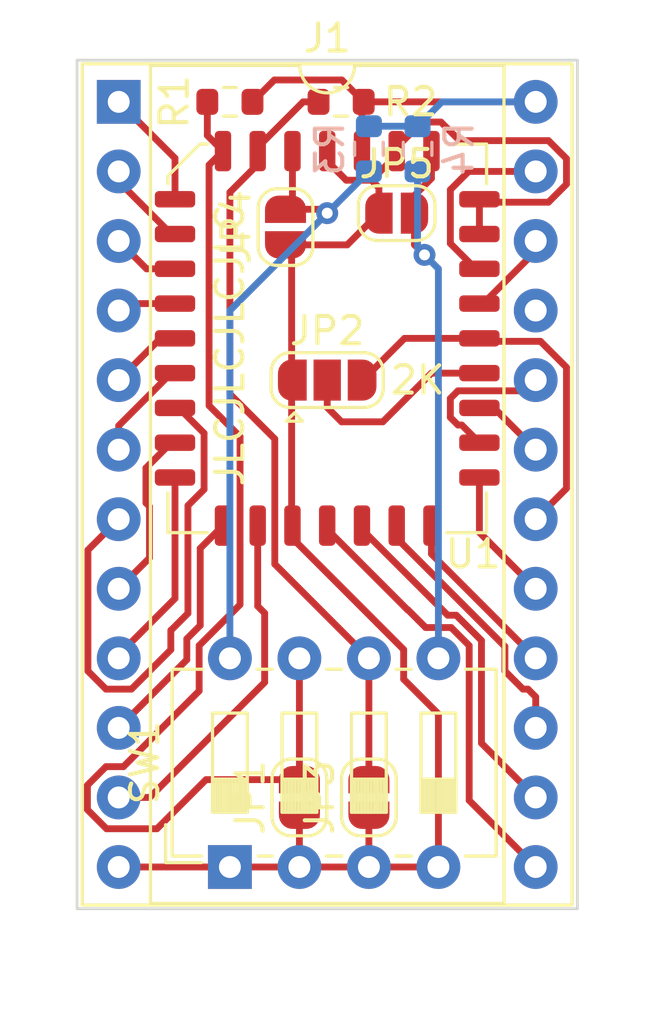
<source format=kicad_pcb>
(kicad_pcb (version 20221018) (generator pcbnew)
  (layers (0 "F.Cu" signal) (31 "B.Cu" signal) (34 "B.Paste" user) (35 "F.Paste" user) (36 "B.SilkS" user "B.Silkscreen") (37 "F.SilkS" user "F.Silkscreen") (38 "B.Mask" user) (39 "F.Mask" user) (44 "Edge.Cuts" user))
  (net 0 "")
  (net 1 "A7")
  (net 2 "A6")
  (net 3 "A5")
  (net 4 "A4")
  (net 5 "A3")
  (net 6 "A2")
  (net 7 "A1")
  (net 8 "A0")
  (net 9 "D0")
  (net 10 "D1")
  (net 11 "D2")
  (net 12 "GND")
  (net 13 "D3")
  (net 14 "D4")
  (net 15 "D5")
  (net 16 "D6")
  (net 17 "D7")
  (net 18 "OE")
  (net 20 "+5V")
  (net 21 "A11")
  (net 22 "CE")
  (net 23 "A10")
  (net 24 "A9")
  (net 25 "A8")
  (net 26 "A12")
  (net 27 "A15")
  (net 28 "A16")
  (net 29 "A17")
  (footprint "Resistor_SMD:R_0603_1608Metric" (layer "F.Cu") (at 47.752 45.212 180)
    (fp_text reference "R1" (at 2.032 0 90) (layer "F.SilkS"))
    (fp_text value "10kOhm")
    (fp_line (start -0.237258 -0.5225) (end 0.237258 -0.5225) (stroke (width 0.12)) (layer "F.SilkS"))
    (fp_line (start -0.237258 0.5225) (end 0.237258 0.5225) (stroke (width 0.12)) (layer "F.SilkS"))
    (pad "1" smd roundrect (at -0.825 0 180) (size 0.8 0.95) (layers "F.Cu" "F.Paste" "F.Mask") (net 20 "+5V"))
    (pad "2" smd roundrect (at 0.825 0 180) (size 0.8 0.95) (layers "F.Cu" "F.Paste" "F.Mask") (net 26 "A12"))
  )
  (footprint "Jumper:SolderJumper-2_P1.3mm_Open_RoundedPad1.0x1.5mm" (layer "F.Cu") (at 53.848 49.276)
    (fp_text reference "JP5" (at 0 -1.8) (layer "F.SilkS"))
    (fp_text value "SolderJumper_2_Open")
    (fp_line (start -1.4 0.3) (end -1.4 -0.3) (stroke (width 0.12)) (layer "F.SilkS"))
    (fp_line (start -0.7 -1) (end 0.7 -1) (stroke (width 0.12)) (layer "F.SilkS"))
    (fp_line (start 0.7 1) (end -0.7 1) (stroke (width 0.12)) (layer "F.SilkS"))
    (fp_line (start 1.4 -0.3) (end 1.4 0.3) (stroke (width 0.12)) (layer "F.SilkS"))
    (fp_arc (start -1.4 -0.3) (mid -1.194975 -0.794975) (end -0.7 -1) (stroke (width 0.12)) (layer "F.SilkS"))
    (fp_arc (start -0.7 1) (mid -1.194975 0.794975) (end -1.4 0.3) (stroke (width 0.12)) (layer "F.SilkS"))
    (fp_arc (start 0.7 -1) (mid 1.194975 -0.794975) (end 1.4 -0.3) (stroke (width 0.12)) (layer "F.SilkS"))
    (fp_arc (start 1.4 0.3) (mid 1.194975 0.794975) (end 0.7 1) (stroke (width 0.12)) (layer "F.SilkS"))
    (pad "1" smd custom (at -0.65 0) (size 1 0.5) (layers "F.Cu" "F.Mask") (net 12 "GND") (options (clearance outline) (anchor rect)) (primitives (gr_circle (center 0 0.25) (end 0.5 0.25) (width 0) (fill yes)) (gr_circle (center 0 -0.25) (end 0.5 -0.25) (width 0) (fill yes)) (gr_poly (pts (xy 0.5 0.75) (xy 0 0.75) (xy 0 -0.75) (xy 0.5 -0.75)) (width 0) (fill yes))))
    (pad "2" smd custom (at 0.65 0) (size 1 0.5) (layers "F.Cu" "F.Mask") (net 29 "A17") (options (clearance outline) (anchor rect)) (primitives (gr_circle (center 0 0.25) (end 0.5 0.25) (width 0) (fill yes)) (gr_circle (center 0 -0.25) (end 0.5 -0.25) (width 0) (fill yes)) (gr_poly (pts (xy 0 0.75) (xy -0.5 0.75) (xy -0.5 -0.75) (xy 0 -0.75)) (width 0) (fill yes))))
  )
  (footprint "Jumper:SolderJumper-2_P1.3mm_Open_RoundedPad1.0x1.5mm" (layer "F.Cu") (at 52.832 70.612 90)
    (fp_text reference "JP3" (at 0 -1.8 90) (layer "F.SilkS"))
    (fp_text value "SolderJumper_2_Open")
    (fp_line (start -1.4 0.3) (end -1.4 -0.3) (stroke (width 0.12)) (layer "F.SilkS"))
    (fp_line (start -0.7 -1) (end 0.7 -1) (stroke (width 0.12)) (layer "F.SilkS"))
    (fp_line (start 0.7 1) (end -0.7 1) (stroke (width 0.12)) (layer "F.SilkS"))
    (fp_line (start 1.4 -0.3) (end 1.4 0.3) (stroke (width 0.12)) (layer "F.SilkS"))
    (fp_arc (start -1.4 -0.3) (mid -1.194975 -0.794975) (end -0.7 -1) (stroke (width 0.12)) (layer "F.SilkS"))
    (fp_arc (start -0.7 1) (mid -1.194975 0.794975) (end -1.4 0.3) (stroke (width 0.12)) (layer "F.SilkS"))
    (fp_arc (start 0.7 -1) (mid 1.194975 -0.794975) (end 1.4 -0.3) (stroke (width 0.12)) (layer "F.SilkS"))
    (fp_arc (start 1.4 0.3) (mid 1.194975 0.794975) (end 0.7 1) (stroke (width 0.12)) (layer "F.SilkS"))
    (pad "1" smd custom (at -0.65 0 90) (size 1 0.5) (layers "F.Cu" "F.Mask") (net 12 "GND") (options (clearance outline) (anchor rect)) (primitives (gr_circle (center 0 0.25) (end 0.5 0.25) (width 0) (fill yes)) (gr_circle (center 0 -0.25) (end 0.5 -0.25) (width 0) (fill yes)) (gr_poly (pts (xy 0.5 0.75) (xy 0 0.75) (xy 0 -0.75) (xy 0.5 -0.75)) (width 0) (fill yes))))
    (pad "2" smd custom (at 0.65 0 90) (size 1 0.5) (layers "F.Cu" "F.Mask") (net 27 "A15") (options (clearance outline) (anchor rect)) (primitives (gr_circle (center 0 0.25) (end 0.5 0.25) (width 0) (fill yes)) (gr_circle (center 0 -0.25) (end 0.5 -0.25) (width 0) (fill yes)) (gr_poly (pts (xy 0 0.75) (xy -0.5 0.75) (xy -0.5 -0.75) (xy 0 -0.75)) (width 0) (fill yes))))
  )
  (footprint "Package_LCC:PLCC-32_11.4x14.0mm_P1.27mm" (layer "F.Cu") (at 51.308 53.848)
    (fp_text reference "U1" (at 5.334 7.874) (layer "F.SilkS"))
    (fp_text value "27C040")
    (fp_line (start -5.825 -5.922782) (end -5.825 -5.64) (stroke (width 0.12)) (layer "F.SilkS"))
    (fp_line (start -5.825 7.095) (end -5.825 5.64) (stroke (width 0.12)) (layer "F.SilkS"))
    (fp_line (start -4.652782 -7.095) (end -5.825 -5.922782) (stroke (width 0.12)) (layer "F.SilkS"))
    (fp_line (start -4.37 -7.095) (end -4.652782 -7.095) (stroke (width 0.12)) (layer "F.SilkS"))
    (fp_line (start -4.37 7.095) (end -5.825 7.095) (stroke (width 0.12)) (layer "F.SilkS"))
    (fp_line (start 4.37 -7.095) (end 5.825 -7.095) (stroke (width 0.12)) (layer "F.SilkS"))
    (fp_line (start 4.37 7.095) (end 5.825 7.095) (stroke (width 0.12)) (layer "F.SilkS"))
    (fp_line (start 5.825 -7.095) (end 5.825 -5.64) (stroke (width 0.12)) (layer "F.SilkS"))
    (fp_line (start 5.825 7.095) (end 5.825 5.64) (stroke (width 0.12)) (layer "F.SilkS"))
    (pad "1" smd roundrect (at 0 -6.8375) (size 0.6 1.475) (layers "F.Cu" "F.Paste" "F.Mask") (net 12 "GND"))
    (pad "2" smd roundrect (at -1.27 -6.8375) (size 0.6 1.475) (layers "F.Cu" "F.Paste" "F.Mask") (net 28 "A16"))
    (pad "3" smd roundrect (at -2.54 -6.8375) (size 0.6 1.475) (layers "F.Cu" "F.Paste" "F.Mask") (net 27 "A15"))
    (pad "4" smd roundrect (at -3.81 -6.8375) (size 0.6 1.475) (layers "F.Cu" "F.Paste" "F.Mask") (net 26 "A12"))
    (pad "5" smd roundrect (at -5.5625 -5.08) (size 1.475 0.6) (layers "F.Cu" "F.Paste" "F.Mask") (net 1 "A7"))
    (pad "6" smd roundrect (at -5.5625 -3.81) (size 1.475 0.6) (layers "F.Cu" "F.Paste" "F.Mask") (net 2 "A6"))
    (pad "7" smd roundrect (at -5.5625 -2.54) (size 1.475 0.6) (layers "F.Cu" "F.Paste" "F.Mask") (net 3 "A5"))
    (pad "8" smd roundrect (at -5.5625 -1.27) (size 1.475 0.6) (layers "F.Cu" "F.Paste" "F.Mask") (net 4 "A4"))
    (pad "9" smd roundrect (at -5.5625 0) (size 1.475 0.6) (layers "F.Cu" "F.Paste" "F.Mask") (net 5 "A3"))
    (pad "10" smd roundrect (at -5.5625 1.27) (size 1.475 0.6) (layers "F.Cu" "F.Paste" "F.Mask") (net 6 "A2"))
    (pad "11" smd roundrect (at -5.5625 2.54) (size 1.475 0.6) (layers "F.Cu" "F.Paste" "F.Mask") (net 7 "A1"))
    (pad "12" smd roundrect (at -5.5625 3.81) (size 1.475 0.6) (layers "F.Cu" "F.Paste" "F.Mask") (net 8 "A0"))
    (pad "13" smd roundrect (at -5.5625 5.08) (size 1.475 0.6) (layers "F.Cu" "F.Paste" "F.Mask") (net 9 "D0"))
    (pad "14" smd roundrect (at -3.81 6.8375) (size 0.6 1.475) (layers "F.Cu" "F.Paste" "F.Mask") (net 10 "D1"))
    (pad "15" smd roundrect (at -2.54 6.8375) (size 0.6 1.475) (layers "F.Cu" "F.Paste" "F.Mask") (net 11 "D2"))
    (pad "16" smd roundrect (at -1.27 6.8375) (size 0.6 1.475) (layers "F.Cu" "F.Paste" "F.Mask") (net 12 "GND"))
    (pad "17" smd roundrect (at 0 6.8375) (size 0.6 1.475) (layers "F.Cu" "F.Paste" "F.Mask") (net 13 "D3"))
    (pad "18" smd roundrect (at 1.27 6.8375) (size 0.6 1.475) (layers "F.Cu" "F.Paste" "F.Mask") (net 14 "D4"))
    (pad "19" smd roundrect (at 2.54 6.8375) (size 0.6 1.475) (layers "F.Cu" "F.Paste" "F.Mask") (net 15 "D5"))
    (pad "20" smd roundrect (at 3.81 6.8375) (size 0.6 1.475) (layers "F.Cu" "F.Paste" "F.Mask") (net 16 "D6"))
    (pad "21" smd roundrect (at 5.5625 5.08) (size 1.475 0.6) (layers "F.Cu" "F.Paste" "F.Mask") (net 17 "D7"))
    (pad "22" smd roundrect (at 5.5625 3.81) (size 1.475 0.6) (layers "F.Cu" "F.Paste" "F.Mask") (net 22 "CE"))
    (pad "23" smd roundrect (at 5.5625 2.54) (size 1.475 0.6) (layers "F.Cu" "F.Paste" "F.Mask") (net 23 "A10"))
    (pad "24" smd roundrect (at 5.5625 1.27) (size 1.475 0.6) (layers "F.Cu" "F.Paste" "F.Mask") (net 18 "OE"))
    (pad "25" smd roundrect (at 5.5625 0) (size 1.475 0.6) (layers "F.Cu" "F.Paste" "F.Mask") (net 21 "A11"))
    (pad "26" smd roundrect (at 5.5625 -1.27) (size 1.475 0.6) (layers "F.Cu" "F.Paste" "F.Mask") (net 24 "A9"))
    (pad "27" smd roundrect (at 5.5625 -2.54) (size 1.475 0.6) (layers "F.Cu" "F.Paste" "F.Mask") (net 25 "A8"))
    (pad "28" smd roundrect (at 5.5625 -3.81) (size 1.475 0.6) (layers "F.Cu" "F.Paste" "F.Mask") (net 12 "GND"))
    (pad "29" smd roundrect (at 5.5625 -5.08) (size 1.475 0.6) (layers "F.Cu" "F.Paste" "F.Mask") (net 12 "GND"))
    (pad "30" smd roundrect (at 3.81 -6.8375) (size 0.6 1.475) (layers "F.Cu" "F.Paste" "F.Mask") (net 29 "A17"))
    (pad "31" smd roundrect (at 2.54 -6.8375) (size 0.6 1.475) (layers "F.Cu" "F.Paste" "F.Mask") (net 12 "GND"))
    (pad "32" smd roundrect (at 1.27 -6.8375) (size 0.6 1.475) (layers "F.Cu" "F.Paste" "F.Mask") (net 20 "+5V"))
  )
  (footprint "Button_Switch_THT:SW_DIP_SPSTx04_Slide_6.7x11.72mm_W7.62mm_P2.54mm_LowProfile" (layer "F.Cu") (at 47.752 73.152 90)
    (fp_text reference "SW1" (at 3.81 -3.11 90) (layer "F.SilkS"))
    (fp_text value "SW_DIP_x04")
    (fp_line (start 0.16 -2.35) (end 0.16 -1.04) (stroke (width 0.12)) (layer "F.SilkS"))
    (fp_line (start 0.16 -2.35) (end 1.543 -2.35) (stroke (width 0.12)) (layer "F.SilkS"))
    (fp_line (start 0.4 -2.11) (end 0.4 -1.04) (stroke (width 0.12)) (layer "F.SilkS"))
    (fp_line (start 0.4 -2.11) (end 7.221 -2.11) (stroke (width 0.12)) (layer "F.SilkS"))
    (fp_line (start 0.4 1.04) (end 0.4 1.551) (stroke (width 0.12)) (layer "F.SilkS"))
    (fp_line (start 0.4 3.53) (end 0.4 4.091) (stroke (width 0.12)) (layer "F.SilkS"))
    (fp_line (start 0.4 6.07) (end 0.4 6.631) (stroke (width 0.12)) (layer "F.SilkS"))
    (fp_line (start 0.4 8.61) (end 0.4 9.73) (stroke (width 0.12)) (layer "F.SilkS"))
    (fp_line (start 0.4 9.73) (end 7.221 9.73) (stroke (width 0.12)) (layer "F.SilkS"))
    (fp_line (start 2 -0.635) (end 2 0.635) (stroke (width 0.12)) (layer "F.SilkS"))
    (fp_line (start 2 -0.515) (end 3.206667 -0.515) (stroke (width 0.12)) (layer "F.SilkS"))
    (fp_line (start 2 -0.395) (end 3.206667 -0.395) (stroke (width 0.12)) (layer "F.SilkS"))
    (fp_line (start 2 -0.275) (end 3.206667 -0.275) (stroke (width 0.12)) (layer "F.SilkS"))
    (fp_line (start 2 -0.155) (end 3.206667 -0.155) (stroke (width 0.12)) (layer "F.SilkS"))
    (fp_line (start 2 -0.035) (end 3.206667 -0.035) (stroke (width 0.12)) (layer "F.SilkS"))
    (fp_line (start 2 0.085) (end 3.206667 0.085) (stroke (width 0.12)) (layer "F.SilkS"))
    (fp_line (start 2 0.205) (end 3.206667 0.205) (stroke (width 0.12)) (layer "F.SilkS"))
    (fp_line (start 2 0.325) (end 3.206667 0.325) (stroke (width 0.12)) (layer "F.SilkS"))
    (fp_line (start 2 0.445) (end 3.206667 0.445) (stroke (width 0.12)) (layer "F.SilkS"))
    (fp_line (start 2 0.565) (end 3.206667 0.565) (stroke (width 0.12)) (layer "F.SilkS"))
    (fp_line (start 2 0.635) (end 5.62 0.635) (stroke (width 0.12)) (layer "F.SilkS"))
    (fp_line (start 2 1.905) (end 2 3.175) (stroke (width 0.12)) (layer "F.SilkS"))
    (fp_line (start 2 2.025) (end 3.206667 2.025) (stroke (width 0.12)) (layer "F.SilkS"))
    (fp_line (start 2 2.145) (end 3.206667 2.145) (stroke (width 0.12)) (layer "F.SilkS"))
    (fp_line (start 2 2.265) (end 3.206667 2.265) (stroke (width 0.12)) (layer "F.SilkS"))
    (fp_line (start 2 2.385) (end 3.206667 2.385) (stroke (width 0.12)) (layer "F.SilkS"))
    (fp_line (start 2 2.505) (end 3.206667 2.505) (stroke (width 0.12)) (layer "F.SilkS"))
    (fp_line (start 2 2.625) (end 3.206667 2.625) (stroke (width 0.12)) (layer "F.SilkS"))
    (fp_line (start 2 2.745) (end 3.206667 2.745) (stroke (width 0.12)) (layer "F.SilkS"))
    (fp_line (start 2 2.865) (end 3.206667 2.865) (stroke (width 0.12)) (layer "F.SilkS"))
    (fp_line (start 2 2.985) (end 3.206667 2.985) (stroke (width 0.12)) (layer "F.SilkS"))
    (fp_line (start 2 3.105) (end 3.206667 3.105) (stroke (width 0.12)) (layer "F.SilkS"))
    (fp_line (start 2 3.175) (end 5.62 3.175) (stroke (width 0.12)) (layer "F.SilkS"))
    (fp_line (start 2 4.445) (end 2 5.715) (stroke (width 0.12)) (layer "F.SilkS"))
    (fp_line (start 2 4.565) (end 3.206667 4.565) (stroke (width 0.12)) (layer "F.SilkS"))
    (fp_line (start 2 4.685) (end 3.206667 4.685) (stroke (width 0.12)) (layer "F.SilkS"))
    (fp_line (start 2 4.805) (end 3.206667 4.805) (stroke (width 0.12)) (layer "F.SilkS"))
    (fp_line (start 2 4.925) (end 3.206667 4.925) (stroke (width 0.12)) (layer "F.SilkS"))
    (fp_line (start 2 5.045) (end 3.206667 5.045) (stroke (width 0.12)) (layer "F.SilkS"))
    (fp_line (start 2 5.165) (end 3.206667 5.165) (stroke (width 0.12)) (layer "F.SilkS"))
    (fp_line (start 2 5.285) (end 3.206667 5.285) (stroke (width 0.12)) (layer "F.SilkS"))
    (fp_line (start 2 5.405) (end 3.206667 5.405) (stroke (width 0.12)) (layer "F.SilkS"))
    (fp_line (start 2 5.525) (end 3.206667 5.525) (stroke (width 0.12)) (layer "F.SilkS"))
    (fp_line (start 2 5.645) (end 3.206667 5.645) (stroke (width 0.12)) (layer "F.SilkS"))
    (fp_line (start 2 5.715) (end 5.62 5.715) (stroke (width 0.12)) (layer "F.SilkS"))
    (fp_line (start 2 6.985) (end 2 8.255) (stroke (width 0.12)) (layer "F.SilkS"))
    (fp_line (start 2 7.105) (end 3.206667 7.105) (stroke (width 0.12)) (layer "F.SilkS"))
    (fp_line (start 2 7.225) (end 3.206667 7.225) (stroke (width 0.12)) (layer "F.SilkS"))
    (fp_line (start 2 7.345) (end 3.206667 7.345) (stroke (width 0.12)) (layer "F.SilkS"))
    (fp_line (start 2 7.465) (end 3.206667 7.465) (stroke (width 0.12)) (layer "F.SilkS"))
    (fp_line (start 2 7.585) (end 3.206667 7.585) (stroke (width 0.12)) (layer "F.SilkS"))
    (fp_line (start 2 7.705) (end 3.206667 7.705) (stroke (width 0.12)) (layer "F.SilkS"))
    (fp_line (start 2 7.825) (end 3.206667 7.825) (stroke (width 0.12)) (layer "F.SilkS"))
    (fp_line (start 2 7.945) (end 3.206667 7.945) (stroke (width 0.12)) (layer "F.SilkS"))
    (fp_line (start 2 8.065) (end 3.206667 8.065) (stroke (width 0.12)) (layer "F.SilkS"))
    (fp_line (start 2 8.185) (end 3.206667 8.185) (stroke (width 0.12)) (layer "F.SilkS"))
    (fp_line (start 2 8.255) (end 5.62 8.255) (stroke (width 0.12)) (layer "F.SilkS"))
    (fp_line (start 3.206667 -0.635) (end 3.206667 0.635) (stroke (width 0.12)) (layer "F.SilkS"))
    (fp_line (start 3.206667 1.905) (end 3.206667 3.175) (stroke (width 0.12)) (layer "F.SilkS"))
    (fp_line (start 3.206667 4.445) (end 3.206667 5.715) (stroke (width 0.12)) (layer "F.SilkS"))
    (fp_line (start 3.206667 6.985) (end 3.206667 8.255) (stroke (width 0.12)) (layer "F.SilkS"))
    (fp_line (start 5.62 -0.635) (end 2 -0.635) (stroke (width 0.12)) (layer "F.SilkS"))
    (fp_line (start 5.62 0.635) (end 5.62 -0.635) (stroke (width 0.12)) (layer "F.SilkS"))
    (fp_line (start 5.62 1.905) (end 2 1.905) (stroke (width 0.12)) (layer "F.SilkS"))
    (fp_line (start 5.62 3.175) (end 5.62 1.905) (stroke (width 0.12)) (layer "F.SilkS"))
    (fp_line (start 5.62 4.445) (end 2 4.445) (stroke (width 0.12)) (layer "F.SilkS"))
    (fp_line (start 5.62 5.715) (end 5.62 4.445) (stroke (width 0.12)) (layer "F.SilkS"))
    (fp_line (start 5.62 6.985) (end 2 6.985) (stroke (width 0.12)) (layer "F.SilkS"))
    (fp_line (start 5.62 8.255) (end 5.62 6.985) (stroke (width 0.12)) (layer "F.SilkS"))
    (fp_line (start 7.221 -2.11) (end 7.221 -0.99) (stroke (width 0.12)) (layer "F.SilkS"))
    (fp_line (start 7.221 0.99) (end 7.221 1.551) (stroke (width 0.12)) (layer "F.SilkS"))
    (fp_line (start 7.221 3.53) (end 7.221 4.091) (stroke (width 0.12)) (layer "F.SilkS"))
    (fp_line (start 7.221 6.07) (end 7.221 6.631) (stroke (width 0.12)) (layer "F.SilkS"))
    (fp_line (start 7.221 8.61) (end 7.221 9.73) (stroke (width 0.12)) (layer "F.SilkS"))
    (pad "1" thru_hole rect (at 0 0 90) (size 1.6 1.6) (drill 0.8) (layers "*.Cu" "*.Mask") (net 12 "GND"))
    (pad "2" thru_hole oval (at 0 2.54 90) (size 1.6 1.6) (drill 0.8) (layers "*.Cu" "*.Mask") (net 12 "GND"))
    (pad "3" thru_hole oval (at 0 5.08 90) (size 1.6 1.6) (drill 0.8) (layers "*.Cu" "*.Mask") (net 12 "GND"))
    (pad "4" thru_hole oval (at 0 7.62 90) (size 1.6 1.6) (drill 0.8) (layers "*.Cu" "*.Mask") (net 12 "GND"))
    (pad "5" thru_hole oval (at 7.62 7.62 90) (size 1.6 1.6) (drill 0.8) (layers "*.Cu" "*.Mask") (net 29 "A17"))
    (pad "6" thru_hole oval (at 7.62 5.08 90) (size 1.6 1.6) (drill 0.8) (layers "*.Cu" "*.Mask") (net 27 "A15"))
    (pad "7" thru_hole oval (at 7.62 2.54 90) (size 1.6 1.6) (drill 0.8) (layers "*.Cu" "*.Mask") (net 26 "A12"))
    (pad "8" thru_hole oval (at 7.62 0 90) (size 1.6 1.6) (drill 0.8) (layers "*.Cu" "*.Mask") (net 28 "A16"))
  )
  (footprint "Jumper:SolderJumper-2_P1.3mm_Open_RoundedPad1.0x1.5mm" (layer "F.Cu") (at 50.292 70.612 90)
    (fp_text reference "JP1" (at 0 -1.8 90) (layer "F.SilkS"))
    (fp_text value "SolderJumper_2_Open")
    (fp_line (start -1.4 0.3) (end -1.4 -0.3) (stroke (width 0.12)) (layer "F.SilkS"))
    (fp_line (start -0.7 -1) (end 0.7 -1) (stroke (width 0.12)) (layer "F.SilkS"))
    (fp_line (start 0.7 1) (end -0.7 1) (stroke (width 0.12)) (layer "F.SilkS"))
    (fp_line (start 1.4 -0.3) (end 1.4 0.3) (stroke (width 0.12)) (layer "F.SilkS"))
    (fp_arc (start -1.4 -0.3) (mid -1.194975 -0.794975) (end -0.7 -1) (stroke (width 0.12)) (layer "F.SilkS"))
    (fp_arc (start -0.7 1) (mid -1.194975 0.794975) (end -1.4 0.3) (stroke (width 0.12)) (layer "F.SilkS"))
    (fp_arc (start 0.7 -1) (mid 1.194975 -0.794975) (end 1.4 -0.3) (stroke (width 0.12)) (layer "F.SilkS"))
    (fp_arc (start 1.4 0.3) (mid 1.194975 0.794975) (end 0.7 1) (stroke (width 0.12)) (layer "F.SilkS"))
    (pad "1" smd custom (at -0.65 0 90) (size 1 0.5) (layers "F.Cu" "F.Mask") (net 12 "GND") (options (clearance outline) (anchor rect)) (primitives (gr_circle (center 0 0.25) (end 0.5 0.25) (width 0) (fill yes)) (gr_circle (center 0 -0.25) (end 0.5 -0.25) (width 0) (fill yes)) (gr_poly (pts (xy 0.5 0.75) (xy 0 0.75) (xy 0 -0.75) (xy 0.5 -0.75)) (width 0) (fill yes))))
    (pad "2" smd custom (at 0.65 0 90) (size 1 0.5) (layers "F.Cu" "F.Mask") (net 26 "A12") (options (clearance outline) (anchor rect)) (primitives (gr_circle (center 0 0.25) (end 0.5 0.25) (width 0) (fill yes)) (gr_circle (center 0 -0.25) (end 0.5 -0.25) (width 0) (fill yes)) (gr_poly (pts (xy 0 0.75) (xy -0.5 0.75) (xy -0.5 -0.75) (xy 0 -0.75)) (width 0) (fill yes))))
  )
  (footprint "Jumper:SolderJumper-2_P1.3mm_Open_RoundedPad1.0x1.5mm" (layer "F.Cu") (at 49.784 49.784 90)
    (fp_text reference "JP4" (at 0 -1.8 90) (layer "F.SilkS"))
    (fp_text value "SolderJumper_2_Open")
    (fp_line (start -1.4 0.3) (end -1.4 -0.3) (stroke (width 0.12)) (layer "F.SilkS"))
    (fp_line (start -0.7 -1) (end 0.7 -1) (stroke (width 0.12)) (layer "F.SilkS"))
    (fp_line (start 0.7 1) (end -0.7 1) (stroke (width 0.12)) (layer "F.SilkS"))
    (fp_line (start 1.4 -0.3) (end 1.4 0.3) (stroke (width 0.12)) (layer "F.SilkS"))
    (fp_arc (start -1.4 -0.3) (mid -1.194975 -0.794975) (end -0.7 -1) (stroke (width 0.12)) (layer "F.SilkS"))
    (fp_arc (start -0.7 1) (mid -1.194975 0.794975) (end -1.4 0.3) (stroke (width 0.12)) (layer "F.SilkS"))
    (fp_arc (start 0.7 -1) (mid 1.194975 -0.794975) (end 1.4 -0.3) (stroke (width 0.12)) (layer "F.SilkS"))
    (fp_arc (start 1.4 0.3) (mid 1.194975 0.794975) (end 0.7 1) (stroke (width 0.12)) (layer "F.SilkS"))
    (pad "1" smd custom (at -0.65 0 90) (size 1 0.5) (layers "F.Cu" "F.Mask") (net 12 "GND") (options (clearance outline) (anchor rect)) (primitives (gr_circle (center 0 0.25) (end 0.5 0.25) (width 0) (fill yes)) (gr_circle (center 0 -0.25) (end 0.5 -0.25) (width 0) (fill yes)) (gr_poly (pts (xy 0.5 0.75) (xy 0 0.75) (xy 0 -0.75) (xy 0.5 -0.75)) (width 0) (fill yes))))
    (pad "2" smd custom (at 0.65 0 90) (size 1 0.5) (layers "F.Cu" "F.Mask") (net 28 "A16") (options (clearance outline) (anchor rect)) (primitives (gr_circle (center 0 0.25) (end 0.5 0.25) (width 0) (fill yes)) (gr_circle (center 0 -0.25) (end 0.5 -0.25) (width 0) (fill yes)) (gr_poly (pts (xy 0 0.75) (xy -0.5 0.75) (xy -0.5 -0.75) (xy 0 -0.75)) (width 0) (fill yes))))
  )
  (footprint "Jumper:SolderJumper-3_P1.3mm_Open_RoundedPad1.0x1.5mm" (layer "F.Cu") (at 51.308 55.372)
    (fp_text reference "JP2" (at 0 -1.8) (layer "F.SilkS"))
    (fp_text value "SolderJumper_3_Open")
    (fp_line (start -2.05 0.3) (end -2.05 -0.3) (stroke (width 0.12)) (layer "F.SilkS"))
    (fp_line (start -1.5 1.5) (end -0.9 1.5) (stroke (width 0.12)) (layer "F.SilkS"))
    (fp_line (start -1.4 -1) (end 1.4 -1) (stroke (width 0.12)) (layer "F.SilkS"))
    (fp_line (start -1.2 1.2) (end -1.5 1.5) (stroke (width 0.12)) (layer "F.SilkS"))
    (fp_line (start -1.2 1.2) (end -0.9 1.5) (stroke (width 0.12)) (layer "F.SilkS"))
    (fp_line (start 1.4 1) (end -1.4 1) (stroke (width 0.12)) (layer "F.SilkS"))
    (fp_line (start 2.05 -0.3) (end 2.05 0.3) (stroke (width 0.12)) (layer "F.SilkS"))
    (fp_arc (start -2.05 -0.3) (mid -1.844975 -0.794975) (end -1.35 -1) (stroke (width 0.12)) (layer "F.SilkS"))
    (fp_arc (start -1.35 1) (mid -1.844975 0.794975) (end -2.05 0.3) (stroke (width 0.12)) (layer "F.SilkS"))
    (fp_arc (start 1.35 -1) (mid 1.844975 -0.794975) (end 2.05 -0.3) (stroke (width 0.12)) (layer "F.SilkS"))
    (fp_arc (start 2.05 0.3) (mid 1.844975 0.794975) (end 1.35 1) (stroke (width 0.12)) (layer "F.SilkS"))
    (pad "1" smd custom (at -1.3 0) (size 1 0.5) (layers "F.Cu" "F.Mask") (net 12 "GND") (options (clearance outline) (anchor rect)) (primitives (gr_circle (center 0 0.25) (end 0.5 0.25) (width 0) (fill yes)) (gr_circle (center 0 -0.25) (end 0.5 -0.25) (width 0) (fill yes)) (gr_poly (pts (xy 0.55 0.75) (xy 0 0.75) (xy 0 -0.75) (xy 0.55 -0.75)) (width 0) (fill yes))))
    (pad "2" smd rect (at 0 0) (size 1 1.5) (layers "F.Cu" "F.Mask") (net 18 "OE"))
    (pad "3" smd custom (at 1.3 0) (size 1 0.5) (layers "F.Cu" "F.Mask") (net 21 "A11") (options (clearance outline) (anchor rect)) (primitives (gr_circle (center 0 0.25) (end 0.5 0.25) (width 0) (fill yes)) (gr_circle (center 0 -0.25) (end 0.5 -0.25) (width 0) (fill yes)) (gr_poly (pts (xy 0 0.75) (xy -0.55 0.75) (xy -0.55 -0.75) (xy 0 -0.75)) (width 0) (fill yes))))
  )
  (footprint "s3lph:DIP-24_W15.24mm_Socket" (layer "F.Cu") (at 43.688 45.212)
    (fp_text reference "J1" (at 7.62 -2.33) (layer "F.SilkS"))
    (fp_text value "Conn_02x12_Counter_Clockwise")
    (fp_line (start -1.33 -1.39) (end -1.33 29.33) (stroke (width 0.12)) (layer "F.SilkS"))
    (fp_line (start -1.33 29.33) (end 16.57 29.33) (stroke (width 0.12)) (layer "F.SilkS"))
    (fp_line (start 1.16 -1.33) (end 1.16 29.27) (stroke (width 0.12)) (layer "F.SilkS"))
    (fp_line (start 1.16 29.27) (end 14.08 29.27) (stroke (width 0.12)) (layer "F.SilkS"))
    (fp_line (start 6.62 -1.33) (end 1.16 -1.33) (stroke (width 0.12)) (layer "F.SilkS"))
    (fp_line (start 14.08 -1.33) (end 8.62 -1.33) (stroke (width 0.12)) (layer "F.SilkS"))
    (fp_line (start 14.08 29.27) (end 14.08 -1.33) (stroke (width 0.12)) (layer "F.SilkS"))
    (fp_line (start 16.57 -1.39) (end -1.33 -1.39) (stroke (width 0.12)) (layer "F.SilkS"))
    (fp_line (start 16.57 29.33) (end 16.57 -1.39) (stroke (width 0.12)) (layer "F.SilkS"))
    (fp_arc (start 8.62 -1.33) (mid 7.62 -0.33) (end 6.62 -1.33) (stroke (width 0.12)) (layer "F.SilkS"))
    (pad "1" thru_hole rect (at 0 0) (size 1.6 1.6) (drill 0.8) (layers "*.Cu" "*.Mask") (net 1 "A7"))
    (pad "2" thru_hole oval (at 0 2.54) (size 1.6 1.6) (drill 0.8) (layers "*.Cu" "*.Mask") (net 2 "A6"))
    (pad "3" thru_hole oval (at 0 5.08) (size 1.6 1.6) (drill 0.8) (layers "*.Cu" "*.Mask") (net 3 "A5"))
    (pad "4" thru_hole oval (at 0 7.62) (size 1.6 1.6) (drill 0.8) (layers "*.Cu" "*.Mask") (net 4 "A4"))
    (pad "5" thru_hole oval (at 0 10.16) (size 1.6 1.6) (drill 0.8) (layers "*.Cu" "*.Mask") (net 5 "A3"))
    (pad "6" thru_hole oval (at 0 12.7) (size 1.6 1.6) (drill 0.8) (layers "*.Cu" "*.Mask") (net 6 "A2"))
    (pad "7" thru_hole oval (at 0 15.24) (size 1.6 1.6) (drill 0.8) (layers "*.Cu" "*.Mask") (net 7 "A1"))
    (pad "8" thru_hole oval (at 0 17.78) (size 1.6 1.6) (drill 0.8) (layers "*.Cu" "*.Mask") (net 8 "A0"))
    (pad "9" thru_hole oval (at 0 20.32) (size 1.6 1.6) (drill 0.8) (layers "*.Cu" "*.Mask") (net 9 "D0"))
    (pad "10" thru_hole oval (at 0 22.86) (size 1.6 1.6) (drill 0.8) (layers "*.Cu" "*.Mask") (net 10 "D1"))
    (pad "11" thru_hole oval (at 0 25.4) (size 1.6 1.6) (drill 0.8) (layers "*.Cu" "*.Mask") (net 11 "D2"))
    (pad "12" thru_hole oval (at 0 27.94) (size 1.6 1.6) (drill 0.8) (layers "*.Cu" "*.Mask") (net 12 "GND"))
    (pad "13" thru_hole oval (at 15.24 27.94) (size 1.6 1.6) (drill 0.8) (layers "*.Cu" "*.Mask") (net 13 "D3"))
    (pad "14" thru_hole oval (at 15.24 25.4) (size 1.6 1.6) (drill 0.8) (layers "*.Cu" "*.Mask") (net 14 "D4"))
    (pad "15" thru_hole oval (at 15.24 22.86) (size 1.6 1.6) (drill 0.8) (layers "*.Cu" "*.Mask") (net 15 "D5"))
    (pad "16" thru_hole oval (at 15.24 20.32) (size 1.6 1.6) (drill 0.8) (layers "*.Cu" "*.Mask") (net 16 "D6"))
    (pad "17" thru_hole oval (at 15.24 17.78) (size 1.6 1.6) (drill 0.8) (layers "*.Cu" "*.Mask") (net 17 "D7"))
    (pad "18" thru_hole oval (at 15.24 15.24) (size 1.6 1.6) (drill 0.8) (layers "*.Cu" "*.Mask") (net 21 "A11"))
    (pad "19" thru_hole oval (at 15.24 12.7) (size 1.6 1.6) (drill 0.8) (layers "*.Cu" "*.Mask") (net 23 "A10"))
    (pad "20" thru_hole oval (at 15.24 10.16) (size 1.6 1.6) (drill 0.8) (layers "*.Cu" "*.Mask") (net 22 "CE"))
    (pad "21" thru_hole oval (at 15.24 7.62) (size 1.6 1.6) (drill 0.8) (layers "*.Cu" "*.Mask"))
    (pad "22" thru_hole oval (at 15.24 5.08) (size 1.6 1.6) (drill 0.8) (layers "*.Cu" "*.Mask") (net 24 "A9"))
    (pad "23" thru_hole oval (at 15.24 2.54) (size 1.6 1.6) (drill 0.8) (layers "*.Cu" "*.Mask") (net 25 "A8"))
    (pad "24" thru_hole oval (at 15.24 0) (size 1.6 1.6) (drill 0.8) (layers "*.Cu" "*.Mask") (net 20 "+5V"))
  )
  (footprint "Resistor_SMD:R_0603_1608Metric" (layer "F.Cu") (at 51.816 45.212 180)
    (fp_text reference "R2" (at -2.54 0 180) (layer "F.SilkS"))
    (fp_text value "10kOhm")
    (fp_line (start -0.237258 -0.5225) (end 0.237258 -0.5225) (stroke (width 0.12)) (layer "F.SilkS"))
    (fp_line (start -0.237258 0.5225) (end 0.237258 0.5225) (stroke (width 0.12)) (layer "F.SilkS"))
    (pad "1" smd roundrect (at -0.825 0 180) (size 0.8 0.95) (layers "F.Cu" "F.Paste" "F.Mask") (net 20 "+5V"))
    (pad "2" smd roundrect (at 0.825 0 180) (size 0.8 0.95) (layers "F.Cu" "F.Paste" "F.Mask") (net 27 "A15"))
  )
  (footprint "Resistor_SMD:R_0603_1608Metric" (layer "B.Cu") (at 52.832 46.927 -90)
    (fp_text reference "R3" (at 0 1.43 90) (layer "B.SilkS") (effects (justify mirror)))
    (fp_text value "10kOhm")
    (fp_line (start -0.237258 -0.5225) (end 0.237258 -0.5225) (stroke (width 0.12)) (layer "B.SilkS"))
    (fp_line (start -0.237258 0.5225) (end 0.237258 0.5225) (stroke (width 0.12)) (layer "B.SilkS"))
    (pad "1" smd roundrect (at -0.825 0 270) (size 0.8 0.95) (layers "B.Cu" "B.Paste" "B.Mask") (net 20 "+5V"))
    (pad "2" smd roundrect (at 0.825 0 270) (size 0.8 0.95) (layers "B.Cu" "B.Paste" "B.Mask") (net 28 "A16"))
  )
  (footprint "Resistor_SMD:R_0603_1608Metric" (layer "B.Cu") (at 54.61 46.927 -90)
    (fp_text reference "R4" (at 0 -1.524 90) (layer "B.SilkS") (effects (justify mirror)))
    (fp_text value "10kOhm")
    (fp_line (start -0.237258 -0.5225) (end 0.237258 -0.5225) (stroke (width 0.12)) (layer "B.SilkS"))
    (fp_line (start -0.237258 0.5225) (end 0.237258 0.5225) (stroke (width 0.12)) (layer "B.SilkS"))
    (pad "1" smd roundrect (at -0.825 0 270) (size 0.8 0.95) (layers "B.Cu" "B.Paste" "B.Mask") (net 20 "+5V"))
    (pad "2" smd roundrect (at 0.825 0 270) (size 0.8 0.95) (layers "B.Cu" "B.Paste" "B.Mask") (net 29 "A17"))
  )
  (gr_rect (start 42.164 43.688) (end 60.452 74.676) (stroke (width 0.1)) (fill none) (layer "Edge.Cuts"))
  (gr_text "JLCJLCJLCJLC" (at 47.752 54.102 90) (layer "F.SilkS") (effects (font (size 1 1))))
  (gr_text "2K" (at 54.61 55.372) (layer "F.SilkS") (effects (font (size 1 1))))
  (segment (start 45.7455 48.768) (end 45.7455 47.2695) (width 0.25) (layer "F.Cu") (net 1))
  (segment (start 45.7455 47.2695) (end 43.688 45.212) (width 0.25) (layer "F.Cu") (net 1))
  (segment (start 45.606928 50.038) (end 43.688 48.119072) (width 0.25) (layer "F.Cu") (net 2))
  (segment (start 43.688 48.119072) (end 43.688 47.752) (width 0.25) (layer "F.Cu") (net 2))
  (segment (start 45.7455 50.038) (end 45.606928 50.038) (width 0.25) (layer "F.Cu") (net 2))
  (segment (start 45.7455 51.308) (end 44.704 51.308) (width 0.25) (layer "F.Cu") (net 3))
  (segment (start 44.704 51.308) (end 43.688 50.292) (width 0.25) (layer "F.Cu") (net 3))
  (segment (start 45.7455 52.578) (end 43.942 52.578) (width 0.25) (layer "F.Cu") (net 4))
  (segment (start 43.942 52.578) (end 43.688 52.832) (width 0.25) (layer "F.Cu") (net 4))
  (segment (start 45.7455 53.848) (end 45.212 53.848) (width 0.25) (layer "F.Cu") (net 5))
  (segment (start 45.212 53.848) (end 43.688 55.372) (width 0.25) (layer "F.Cu") (net 5))
  (segment (start 43.688 57.036928) (end 43.688 57.912) (width 0.25) (layer "F.Cu") (net 6))
  (segment (start 45.606928 55.118) (end 43.688 57.036928) (width 0.25) (layer "F.Cu") (net 6))
  (segment (start 45.7455 55.118) (end 45.606928 55.118) (width 0.25) (layer "F.Cu") (net 6))
  (segment (start 45.884072 56.388) (end 46.80752 57.311448) (width 0.25) (layer "F.Cu") (net 7))
  (segment (start 45.7455 56.388) (end 45.884072 56.388) (width 0.25) (layer "F.Cu") (net 7))
  (segment (start 46.80752 57.311448) (end 46.80752 59.36448) (width 0.25) (layer "F.Cu") (net 7))
  (segment (start 43.688 60.452) (end 42.563489 61.576511) (width 0.25) (layer "F.Cu") (net 7))
  (segment (start 46.80752 59.36448) (end 46.217979 59.954021) (width 0.25) (layer "F.Cu") (net 7))
  (segment (start 46.217979 63.890389) (end 45.602244 64.506124) (width 0.25) (layer "F.Cu") (net 7))
  (segment (start 44.153789 66.656511) (end 45.593 65.2173) (width 0.25) (layer "F.Cu") (net 7))
  (segment (start 45.593 65.2173) (end 45.593 64.506124) (width 0.25) (layer "F.Cu") (net 7))
  (segment (start 42.563489 65.997789) (end 43.222211 66.656511) (width 0.25) (layer "F.Cu") (net 7))
  (segment (start 43.222211 66.656511) (end 44.153789 66.656511) (width 0.25) (layer "F.Cu") (net 7))
  (segment (start 46.217979 59.954021) (end 46.217979 63.890389) (width 0.25) (layer "F.Cu") (net 7))
  (segment (start 42.563489 61.576511) (end 42.563489 65.997789) (width 0.25) (layer "F.Cu") (net 7))
  (segment (start 44.812511 59.986211) (end 44.812511 61.867489) (width 0.25) (layer "F.Cu") (net 8))
  (segment (start 45.606928 57.658) (end 44.68348 58.581448) (width 0.25) (layer "F.Cu") (net 8))
  (segment (start 44.68348 58.581448) (end 44.68348 59.85718) (width 0.25) (layer "F.Cu") (net 8))
  (segment (start 44.68348 59.85718) (end 44.812511 59.986211) (width 0.25) (layer "F.Cu") (net 8))
  (segment (start 44.812511 61.867489) (end 43.688 62.992) (width 0.25) (layer "F.Cu") (net 8))
  (segment (start 45.7455 57.658) (end 45.606928 57.658) (width 0.25) (layer "F.Cu") (net 8))
  (segment (start 45.7455 58.928) (end 45.7455 63.346796) (width 0.25) (layer "F.Cu") (net 9))
  (segment (start 43.688 65.404296) (end 43.688 65.532) (width 0.25) (layer "F.Cu") (net 9))
  (segment (start 45.7455 63.346796) (end 43.688 65.404296) (width 0.25) (layer "F.Cu") (net 9))
  (segment (start 47.498 60.6855) (end 46.66749 61.51601) (width 0.25) (layer "F.Cu") (net 10))
  (segment (start 46.177979 64.819317) (end 46.66749 64.329806) (width 0.25) (layer "F.Cu") (net 10))
  (segment (start 46.177979 65.582021) (end 46.177979 64.819317) (width 0.25) (layer "F.Cu") (net 10))
  (segment (start 46.66749 61.51601) (end 46.66749 64.329806) (width 0.25) (layer "F.Cu") (net 10))
  (segment (start 46.177979 65.582021) (end 43.688 68.072) (width 0.25) (layer "F.Cu") (net 10))
  (segment (start 43.688 70.612) (end 44.81937 70.612) (width 0.25) (layer "F.Cu") (net 11))
  (segment (start 49.022 63.881) (end 48.768 63.627) (width 0.25) (layer "F.Cu") (net 11))
  (segment (start 49.022 66.40937) (end 49.022 63.881) (width 0.25) (layer "F.Cu") (net 11))
  (segment (start 48.768 60.6855) (end 48.768 63.627) (width 0.25) (layer "F.Cu") (net 11))
  (segment (start 44.81937 70.612) (end 49.022 66.40937) (width 0.25) (layer "F.Cu") (net 11))
  (segment (start 51.308 47.0105) (end 51.308 47.37704) (width 0.25) (layer "F.Cu") (net 12))
  (segment (start 52.924552 48.07252) (end 52.00348 48.07252) (width 0.25) (layer "F.Cu") (net 12))
  (segment (start 50.008 55.372) (end 50.008 50.658) (width 0.25) (layer "F.Cu") (net 12))
  (segment (start 43.688 73.152) (end 47.752 73.152) (width 0.25) (layer "F.Cu") (net 12))
  (segment (start 47.752 73.152) (end 50.292 73.152) (width 0.25) (layer "F.Cu") (net 12))
  (segment (start 54.102 66.294) (end 54.102 65.278) (width 0.25) (layer "F.Cu") (net 12))
  (segment (start 50.008 55.372) (end 50.008 60.6555) (width 0.25) (layer "F.Cu") (net 12))
  (segment (start 56.979011 48.876511) (end 56.8705 48.768) (width 0.25) (layer "F.Cu") (net 12))
  (segment (start 60.052511 48.217789) (end 59.393789 48.876511) (width 0.25) (layer "F.Cu") (net 12))
  (segment (start 53.848 47.0105) (end 53.848 46.871928) (width 0.25) (layer "F.Cu") (net 12))
  (segment (start 55.372 73.152) (end 52.832 73.152) (width 0.25) (layer "F.Cu") (net 12))
  (segment (start 60.052511 47.286211) (end 60.052511 48.217789) (width 0.25) (layer "F.Cu") (net 12))
  (segment (start 59.393789 46.627489) (end 60.052511 47.286211) (width 0.25) (layer "F.Cu") (net 12))
  (segment (start 56.143561 46.627489) (end 59.393789 46.627489) (width 0.25) (layer "F.Cu") (net 12))
  (segment (start 50.292 73.152) (end 50.292 71.262) (width 0.25) (layer "F.Cu") (net 12))
  (segment (start 54.102 65.2117) (end 50.038 61.1477) (width 0.25) (layer "F.Cu") (net 12))
  (segment (start 55.372 73.152) (end 55.372 67.564) (width 0.25) (layer "F.Cu") (net 12))
  (segment (start 56.8705 50.038) (end 56.8705 48.768) (width 0.25) (layer "F.Cu") (net 12))
  (segment (start 50.008 60.6555) (end 50.038 60.6855) (width 0.25) (layer "F.Cu") (net 12))
  (segment (start 53.198 48.345968) (end 52.924552 48.07252) (width 0.25) (layer "F.Cu") (net 12))
  (segment (start 59.393789 48.876511) (end 56.979011 48.876511) (width 0.25) (layer "F.Cu") (net 12))
  (segment (start 53.848 47.0105) (end 53.848 47.149072) (width 0.25) (layer "F.Cu") (net 12))
  (segment (start 55.464552 45.94848) (end 56.143561 46.627489) (width 0.25) (layer "F.Cu") (net 12))
  (segment (start 55.372 67.564) (end 54.102 66.294) (width 0.25) (layer "F.Cu") (net 12))
  (segment (start 50.008 50.658) (end 49.784 50.434) (width 0.25) (layer "F.Cu") (net 12))
  (segment (start 52.832 73.152) (end 50.292 73.152) (width 0.25) (layer "F.Cu") (net 12))
  (segment (start 49.784 50.434) (end 52.04 50.434) (width 0.25) (layer "F.Cu") (net 12))
  (segment (start 54.102 65.278) (end 54.102 65.2117) (width 0.25) (layer "F.Cu") (net 12))
  (segment (start 52.04 50.434) (end 53.198 49.276) (width 0.25) (layer "F.Cu") (net 12))
  (segment (start 51.308 47.37704) (end 52.00348 48.07252) (width 0.25) (layer "F.Cu") (net 12))
  (segment (start 53.198 49.276) (end 53.198 48.345968) (width 0.25) (layer "F.Cu") (net 12))
  (segment (start 54.771448 45.94848) (end 55.464552 45.94848) (width 0.25) (layer "F.Cu") (net 12))
  (segment (start 53.848 46.871928) (end 54.771448 45.94848) (width 0.25) (layer "F.Cu") (net 12))
  (segment (start 50.038 61.1477) (end 50.038 60.6855) (width 0.25) (layer "F.Cu") (net 12))
  (segment (start 53.848 47.149072) (end 52.924552 48.07252) (width 0.25) (layer "F.Cu") (net 12))
  (segment (start 52.832 73.152) (end 52.832 71.262) (width 0.25) (layer "F.Cu") (net 12))
  (segment (start 55.837789 64.407489) (end 54.906211 64.407489) (width 0.25) (layer "F.Cu") (net 13))
  (segment (start 54.247489 63.763561) (end 51.308 60.824072) (width 0.25) (layer "F.Cu") (net 13))
  (segment (start 51.308 60.824072) (end 51.308 60.6855) (width 0.25) (layer "F.Cu") (net 13))
  (segment (start 56.496511 70.720511) (end 56.496511 65.066211) (width 0.25) (layer "F.Cu") (net 13))
  (segment (start 54.262283 63.763561) (end 54.247489 63.763561) (width 0.25) (layer "F.Cu") (net 13))
  (segment (start 56.496511 65.066211) (end 55.837789 64.407489) (width 0.25) (layer "F.Cu") (net 13))
  (segment (start 54.906211 64.407489) (end 54.262283 63.763561) (width 0.25) (layer "F.Cu") (net 13))
  (segment (start 58.928 73.152) (end 56.496511 70.720511) (width 0.25) (layer "F.Cu") (net 13))
  (segment (start 58.928 70.612) (end 56.946022 68.630022) (width 0.25) (layer "F.Cu") (net 14))
  (segment (start 56.946021 64.880017) (end 56.023982 63.957978) (width 0.25) (layer "F.Cu") (net 14))
  (segment (start 56.023982 63.957978) (end 55.711906 63.957978) (width 0.25) (layer "F.Cu") (net 14))
  (segment (start 56.946022 68.630022) (end 56.946021 64.880017) (width 0.25) (layer "F.Cu") (net 14))
  (segment (start 52.578 60.824072) (end 52.578 60.6855) (width 0.25) (layer "F.Cu") (net 14))
  (segment (start 55.711906 63.957978) (end 52.578 60.824072) (width 0.25) (layer "F.Cu") (net 14))
  (segment (start 58.643881 66.656511) (end 58.462211 66.656511) (width 0.25) (layer "F.Cu") (net 15))
  (segment (start 53.848 61.146294) (end 53.848 60.6855) (width 0.25) (layer "F.Cu") (net 15))
  (segment (start 58.462211 66.656511) (end 57.803489 65.997789) (width 0.25) (layer "F.Cu") (net 15))
  (segment (start 57.803489 65.101783) (end 53.848 61.146294) (width 0.25) (layer "F.Cu") (net 15))
  (segment (start 57.803489 65.997789) (end 57.803489 65.101783) (width 0.25) (layer "F.Cu") (net 15))
  (segment (start 58.928 66.94063) (end 58.643881 66.656511) (width 0.25) (layer "F.Cu") (net 15))
  (segment (start 58.928 68.072) (end 58.928 66.94063) (width 0.25) (layer "F.Cu") (net 15))
  (segment (start 55.118 61.722) (end 55.118 60.6855) (width 0.25) (layer "F.Cu") (net 16))
  (segment (start 58.928 65.532) (end 55.118 61.722) (width 0.25) (layer "F.Cu") (net 16))
  (segment (start 56.8705 60.9345) (end 56.8705 58.928) (width 0.25) (layer "F.Cu") (net 17))
  (segment (start 58.928 62.992) (end 56.8705 60.9345) (width 0.25) (layer "F.Cu") (net 17))
  (segment (start 55.118 55.118) (end 56.8705 55.118) (width 0.25) (layer "F.Cu") (net 18))
  (segment (start 53.34 56.896) (end 55.118 55.118) (width 0.25) (layer "F.Cu") (net 18))
  (segment (start 51.832 56.896) (end 53.34 56.896) (width 0.25) (layer "F.Cu") (net 18))
  (segment (start 51.308 55.372) (end 51.308 56.372) (width 0.25) (layer "F.Cu") (net 18))
  (segment (start 51.308 56.372) (end 51.832 56.896) (width 0.25) (layer "F.Cu") (net 18))
  (segment (start 52.578 47.0105) (end 52.578 45.275) (width 0.25) (layer "F.Cu") (net 20))
  (segment (start 52.641 45.212) (end 51.84148 44.41248) (width 0.25) (layer "F.Cu") (net 20))
  (segment (start 58.928 45.212) (end 52.641 45.212) (width 0.25) (layer "F.Cu") (net 20))
  (segment (start 52.578 45.275) (end 52.641 45.212) (width 0.25) (layer "F.Cu") (net 20))
  (segment (start 49.37652 44.41248) (end 48.577 45.212) (width 0.25) (layer "F.Cu") (net 20))
  (segment (start 51.84148 44.41248) (end 49.37652 44.41248) (width 0.25) (layer "F.Cu") (net 20))
  (segment (start 55.5 45.212) (end 54.61 46.102) (width 0.25) (layer "B.Cu") (net 20))
  (segment (start 58.928 45.212) (end 55.5 45.212) (width 0.25) (layer "B.Cu") (net 20))
  (segment (start 54.61 46.102) (end 52.832 46.102) (width 0.25) (layer "B.Cu") (net 20))
  (segment (start 59.102811 53.956511) (end 56.979011 53.956511) (width 0.25) (layer "F.Cu") (net 21))
  (segment (start 56.979011 53.956511) (end 56.8705 53.848) (width 0.25) (layer "F.Cu") (net 21))
  (segment (start 60.052511 54.906211) (end 59.102811 53.956511) (width 0.25) (layer "F.Cu") (net 21))
  (segment (start 56.767 53.7445) (end 56.8705 53.848) (width 0.25) (layer "F.Cu") (net 21))
  (segment (start 60.052511 59.327489) (end 60.052511 54.906211) (width 0.25) (layer "F.Cu") (net 21))
  (segment (start 56.8705 53.848) (end 54.132 53.848) (width 0.25) (layer "F.Cu") (net 21))
  (segment (start 58.928 60.452) (end 60.052511 59.327489) (width 0.25) (layer "F.Cu") (net 21))
  (segment (start 54.132 53.848) (end 52.608 55.372) (width 0.25) (layer "F.Cu") (net 21))
  (segment (start 56.22502 57.01252) (end 56.8705 57.658) (width 0.25) (layer "F.Cu") (net 22))
  (segment (start 56.086448 55.76348) (end 55.80848 56.041448) (width 0.25) (layer "F.Cu") (net 22))
  (segment (start 55.80848 56.041448) (end 55.80848 56.734552) (width 0.25) (layer "F.Cu") (net 22))
  (segment (start 58.928 55.372) (end 58.53652 55.76348) (width 0.25) (layer "F.Cu") (net 22))
  (segment (start 55.80848 56.734552) (end 56.086448 57.01252) (width 0.25) (layer "F.Cu") (net 22))
  (segment (start 58.928 55.739072) (end 58.928 55.372) (width 0.25) (layer "F.Cu") (net 22))
  (segment (start 58.53652 55.76348) (end 56.086448 55.76348) (width 0.25) (layer "F.Cu") (net 22))
  (segment (start 56.086448 57.01252) (end 56.22502 57.01252) (width 0.25) (layer "F.Cu") (net 22))
  (segment (start 58.928 55.372) (end 58.674 55.118) (width 0.25) (layer "F.Cu") (net 22))
  (segment (start 56.8705 56.388) (end 57.404 56.388) (width 0.25) (layer "F.Cu") (net 23))
  (segment (start 57.404 56.388) (end 58.928 57.912) (width 0.25) (layer "F.Cu") (net 23))
  (segment (start 56.8705 52.578) (end 57.009072 52.578) (width 0.25) (layer "F.Cu") (net 24))
  (segment (start 57.009072 52.578) (end 58.928 50.659072) (width 0.25) (layer "F.Cu") (net 24))
  (segment (start 58.928 50.659072) (end 58.928 50.292) (width 0.25) (layer "F.Cu") (net 24))
  (segment (start 55.80848 50.384552) (end 55.80848 48.421448) (width 0.25) (layer "F.Cu") (net 25))
  (segment (start 56.477928 47.752) (end 58.928 47.752) (width 0.25) (layer "F.Cu") (net 25))
  (segment (start 55.80848 48.421448) (end 56.477928 47.752) (width 0.25) (layer "F.Cu") (net 25))
  (segment (start 56.731928 51.308) (end 55.80848 50.384552) (width 0.25) (layer "F.Cu") (net 25))
  (segment (start 56.8705 51.308) (end 56.731928 51.308) (width 0.25) (layer "F.Cu") (net 25))
  (segment (start 46.99 47.5185) (end 46.99 56.304246) (width 0.25) (layer "F.Cu") (net 26))
  (segment (start 47.498 47.0105) (end 46.99 47.5185) (width 0.25) (layer "F.Cu") (net 26))
  (segment (start 48.12252 57.436766) (end 48.12252 63.57118) (width 0.25) (layer "F.Cu") (net 26))
  (segment (start 45.085 71.755) (end 46.878 69.962) (width 0.25) (layer "F.Cu") (net 26))
  (segment (start 46.927 46.4395) (end 47.498 47.0105) (width 0.25) (layer "F.Cu") (net 26))
  (segment (start 43.222211 69.487489) (end 42.545 70.1647) (width 0.25) (layer "F.Cu") (net 26))
  (segment (start 46.878 69.962) (end 50.292 69.962) (width 0.25) (layer "F.Cu") (net 26))
  (segment (start 46.627489 65.066211) (end 46.627489 66.722811) (width 0.25) (layer "F.Cu") (net 26))
  (segment (start 42.545 71.0593) (end 43.2407 71.755) (width 0.25) (layer "F.Cu") (net 26))
  (segment (start 48.12252 63.57118) (end 46.627489 65.066211) (width 0.25) (layer "F.Cu") (net 26))
  (segment (start 43.2407 71.755) (end 45.085 71.755) (width 0.25) (layer "F.Cu") (net 26))
  (segment (start 46.99 56.304246) (end 48.12252 57.436766) (width 0.25) (layer "F.Cu") (net 26))
  (segment (start 43.862811 69.487489) (end 43.222211 69.487489) (width 0.25) (layer "F.Cu") (net 26))
  (segment (start 50.292 69.962) (end 50.292 65.532) (width 0.25) (layer "F.Cu") (net 26))
  (segment (start 46.927 45.212) (end 46.927 46.4395) (width 0.25) (layer "F.Cu") (net 26))
  (segment (start 42.545 70.1647) (end 42.545 71.0593) (width 0.25) (layer "F.Cu") (net 26))
  (segment (start 46.627489 66.722811) (end 43.862811 69.487489) (width 0.25) (layer "F.Cu") (net 26))
  (segment (start 48.768 46.871928) (end 50.427928 45.212) (width 0.25) (layer "F.Cu") (net 27))
  (segment (start 49.39252 62.09252) (end 52.832 65.532) (width 0.25) (layer "F.Cu") (net 27))
  (segment (start 49.39252 57.52052) (end 49.39252 62.09252) (width 0.25) (layer "F.Cu") (net 27))
  (segment (start 47.752 48.514) (end 47.752 55.88) (width 0.25) (layer "F.Cu") (net 27))
  (segment (start 50.427928 45.212) (end 50.991 45.212) (width 0.25) (layer "F.Cu") (net 27))
  (segment (start 48.768 47.0105) (end 48.768 47.498) (width 0.25) (layer "F.Cu") (net 27))
  (segment (start 48.768 47.0105) (end 48.768 46.871928) (width 0.25) (layer "F.Cu") (net 27))
  (segment (start 47.752 55.88) (end 49.39252 57.52052) (width 0.25) (layer "F.Cu") (net 27))
  (segment (start 48.768 47.498) (end 47.752 48.514) (width 0.25) (layer "F.Cu") (net 27))
  (segment (start 52.832 69.962) (end 52.832 65.532) (width 0.25) (layer "F.Cu") (net 27))
  (segment (start 50.038 47.0105) (end 50.038 48.88) (width 0.25) (layer "F.Cu") (net 28))
  (segment (start 50.038 48.88) (end 49.784 49.134) (width 0.25) (layer "F.Cu") (net 28))
  (segment (start 51.166 49.134) (end 51.308 49.276) (width 0.25) (layer "F.Cu") (net 28))
  (segment (start 49.784 49.134) (end 51.166 49.134) (width 0.25) (layer "F.Cu") (net 28))
  (via (at 51.308 49.276) (size 0.8) (drill 0.4) (layers "F.Cu" "B.Cu") (net 28))
  (segment (start 52.832 47.752) (end 51.308 49.276) (width 0.25) (layer "B.Cu") (net 28))
  (segment (start 47.752 65.532) (end 47.752 52.832) (width 0.25) (layer "B.Cu") (net 28))
  (segment (start 47.752 52.832) (end 51.308 49.276) (width 0.25) (layer "B.Cu") (net 28))
  (segment (start 55.118 48.006) (end 55.118 47.0105) (width 0.25) (layer "F.Cu") (net 29))
  (segment (start 54.498 50.434) (end 54.864 50.8) (width 0.25) (layer "F.Cu") (net 29))
  (segment (start 54.498 49.276) (end 54.498 50.434) (width 0.25) (layer "F.Cu") (net 29))
  (segment (start 54.498 49.276) (end 54.498 48.626) (width 0.25) (layer "F.Cu") (net 29))
  (segment (start 54.498 48.626) (end 55.118 48.006) (width 0.25) (layer "F.Cu") (net 29))
  (via (at 54.864 50.8) (size 0.8) (drill 0.4) (layers "F.Cu" "B.Cu") (net 29))
  (segment (start 55.372 65.532) (end 55.372 51.308) (width 0.25) (layer "B.Cu") (net 29))
  (segment (start 55.372 51.308) (end 54.864 50.8) (width 0.25) (layer "B.Cu") (net 29))
  (segment (start 54.61 50.546) (end 54.864 50.8) (width 0.25) (layer "B.Cu") (net 29))
  (segment (start 54.61 47.752) (end 54.61 50.546) (width 0.25) (layer "B.Cu") (net 29))
)
</source>
